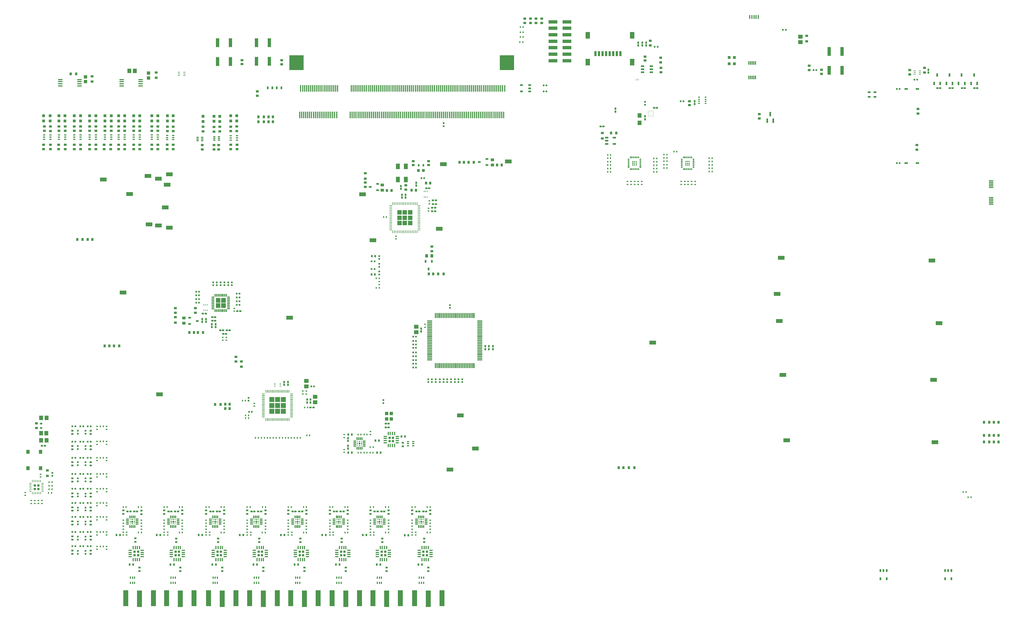
<source format=gtp>
G04*
G04 #@! TF.GenerationSoftware,Altium Limited,Altium Designer,20.2.6 (244)*
G04*
G04 Layer_Color=8421504*
%FSLAX25Y25*%
%MOIN*%
G70*
G04*
G04 #@! TF.SameCoordinates,C0FDDEC0-252B-4CE6-8BE1-5BCEE630C73E*
G04*
G04*
G04 #@! TF.FilePolarity,Positive*
G04*
G01*
G75*
%ADD29R,0.05236X0.05236*%
%ADD30R,0.03150X0.03150*%
%ADD31R,0.01772X0.01772*%
%ADD32R,0.01772X0.01772*%
%ADD33R,0.02953X0.02953*%
%ADD34R,0.05866X0.05866*%
%ADD35R,0.04331X0.02362*%
%ADD36R,0.04528X0.05709*%
%ADD37R,0.01083X0.00984*%
%ADD38R,0.00984X0.01083*%
%ADD39R,0.02598X0.02441*%
%ADD40R,0.02441X0.02598*%
%ADD41R,0.08268X0.05118*%
%ADD42R,0.03543X0.02953*%
%ADD43R,0.00984X0.01968*%
%ADD44R,0.00984X0.00591*%
%ADD45R,0.03850X0.02200*%
%ADD46R,0.03543X0.02756*%
%ADD47R,0.03740X0.03150*%
%ADD48R,0.05709X0.07874*%
%ADD49R,0.03150X0.05906*%
%ADD50R,0.17700X0.18100*%
%ADD51R,0.01400X0.07900*%
%ADD52R,0.05512X0.01181*%
%ADD53R,0.03150X0.03740*%
G04:AMPARAMS|DCode=54|XSize=21.65mil|YSize=31.5mil|CornerRadius=1.95mil|HoleSize=0mil|Usage=FLASHONLY|Rotation=0.000|XOffset=0mil|YOffset=0mil|HoleType=Round|Shape=RoundedRectangle|*
%AMROUNDEDRECTD54*
21,1,0.02165,0.02760,0,0,0.0*
21,1,0.01776,0.03150,0,0,0.0*
1,1,0.00390,0.00888,-0.01380*
1,1,0.00390,-0.00888,-0.01380*
1,1,0.00390,-0.00888,0.01380*
1,1,0.00390,0.00888,0.01380*
%
%ADD54ROUNDEDRECTD54*%
%ADD55R,0.03937X0.11024*%
%ADD56R,0.02362X0.02165*%
G04:AMPARAMS|DCode=57|XSize=21.65mil|YSize=31.5mil|CornerRadius=1.95mil|HoleSize=0mil|Usage=FLASHONLY|Rotation=270.000|XOffset=0mil|YOffset=0mil|HoleType=Round|Shape=RoundedRectangle|*
%AMROUNDEDRECTD57*
21,1,0.02165,0.02760,0,0,270.0*
21,1,0.01776,0.03150,0,0,270.0*
1,1,0.00390,-0.01380,-0.00888*
1,1,0.00390,-0.01380,0.00888*
1,1,0.00390,0.01380,0.00888*
1,1,0.00390,0.01380,-0.00888*
%
%ADD57ROUNDEDRECTD57*%
%ADD58R,0.02600X0.00900*%
%ADD59R,0.06299X0.19291*%
%ADD60R,0.05906X0.20472*%
%ADD61R,0.01181X0.02756*%
%ADD62R,0.02300X0.05200*%
%ADD63R,0.03740X0.03347*%
%ADD64R,0.01772X0.05118*%
%ADD65R,0.04528X0.05512*%
%ADD66R,0.02047X0.02047*%
%ADD67O,0.01181X0.05315*%
%ADD68R,0.03937X0.04134*%
%ADD69R,0.10827X0.03937*%
%ADD70R,0.02047X0.02835*%
%ADD71R,0.01772X0.02165*%
%ADD72R,0.05512X0.01772*%
%ADD73R,0.02165X0.01772*%
%ADD74R,0.03937X0.04724*%
%ADD75R,0.02165X0.02165*%
%ADD76R,0.02284X0.02598*%
%ADD77R,0.02323X0.02441*%
%ADD78R,0.01968X0.01968*%
%ADD79R,0.05512X0.04921*%
%ADD80R,0.04921X0.05512*%
%ADD81O,0.00984X0.03543*%
%ADD82O,0.03543X0.00984*%
%ADD83R,0.04375X0.02365*%
%ADD84O,0.00984X0.03150*%
%ADD85O,0.03150X0.00984*%
%ADD86R,0.01378X0.01968*%
%ADD87R,0.01968X0.01378*%
%ADD88R,0.03956X0.01535*%
%ADD89R,0.01535X0.03956*%
%ADD90O,0.00787X0.03543*%
%ADD91O,0.03543X0.00787*%
%ADD92R,0.02441X0.02323*%
%ADD93R,0.02835X0.02047*%
%ADD94R,0.01968X0.01968*%
%ADD95R,0.02598X0.02284*%
%ADD96R,0.05906X0.01181*%
%ADD97R,0.01181X0.05906*%
%ADD98R,0.03740X0.02362*%
%ADD99R,0.02953X0.03543*%
%ADD100R,0.04331X0.03937*%
G04:AMPARAMS|DCode=101|XSize=7.87mil|YSize=17.72mil|CornerRadius=1.97mil|HoleSize=0mil|Usage=FLASHONLY|Rotation=180.000|XOffset=0mil|YOffset=0mil|HoleType=Round|Shape=RoundedRectangle|*
%AMROUNDEDRECTD101*
21,1,0.00787,0.01378,0,0,180.0*
21,1,0.00394,0.01772,0,0,180.0*
1,1,0.00394,-0.00197,0.00689*
1,1,0.00394,0.00197,0.00689*
1,1,0.00394,0.00197,-0.00689*
1,1,0.00394,-0.00197,-0.00689*
%
%ADD101ROUNDEDRECTD101*%
%ADD102R,0.05512X0.04528*%
%ADD103R,0.02756X0.01378*%
%ADD104R,0.00100X0.00100*%
%ADD105R,0.01200X0.03200*%
%ADD106R,0.03200X0.01200*%
%ADD107R,0.03937X0.03543*%
%ADD108R,0.02756X0.01181*%
%ADD109R,0.00100X0.00100*%
%ADD110R,0.02756X0.03543*%
%ADD111R,0.02165X0.02362*%
%ADD112R,0.02953X0.01772*%
%ADD113R,0.02165X0.03740*%
%ADD114R,0.02362X0.04134*%
%ADD115R,0.03543X0.03937*%
%ADD116R,0.02362X0.03740*%
%ADD117R,0.04921X0.06890*%
%ADD118R,0.03347X0.03543*%
%ADD119R,0.02362X0.03150*%
%ADD120R,0.03150X0.02362*%
%ADD121R,0.03347X0.03740*%
%ADD122R,0.03740X0.02165*%
G04:AMPARAMS|DCode=123|XSize=7.87mil|YSize=17.72mil|CornerRadius=1.97mil|HoleSize=0mil|Usage=FLASHONLY|Rotation=90.000|XOffset=0mil|YOffset=0mil|HoleType=Round|Shape=RoundedRectangle|*
%AMROUNDEDRECTD123*
21,1,0.00787,0.01378,0,0,90.0*
21,1,0.00394,0.01772,0,0,90.0*
1,1,0.00394,0.00689,0.00197*
1,1,0.00394,0.00689,-0.00197*
1,1,0.00394,-0.00689,-0.00197*
1,1,0.00394,-0.00689,0.00197*
%
%ADD123ROUNDEDRECTD123*%
G36*
X259278Y472066D02*
X253665D01*
Y477679D01*
X259278D01*
Y472066D01*
D02*
G37*
G36*
X252878D02*
X247265D01*
Y477679D01*
X252878D01*
Y472066D01*
D02*
G37*
G36*
X259278Y465666D02*
X253665D01*
Y471279D01*
X259278D01*
Y465666D01*
D02*
G37*
G36*
X252878D02*
X247265D01*
Y471279D01*
X252878D01*
Y465666D01*
D02*
G37*
G36*
X425018Y302381D02*
X424564D01*
X424007Y302938D01*
Y303393D01*
X425018D01*
Y302381D01*
D02*
G37*
G36*
X423219Y302938D02*
X422662Y302381D01*
X421463D01*
X420907Y302938D01*
Y303393D01*
X423219D01*
Y302938D01*
D02*
G37*
G36*
X420119D02*
X419562Y302381D01*
X419108D01*
Y303393D01*
X420119D01*
Y302938D01*
D02*
G37*
G36*
X425018Y299282D02*
X424564D01*
X424007Y299838D01*
Y301037D01*
X424564Y301594D01*
X425018D01*
Y299282D01*
D02*
G37*
G36*
X423219Y301037D02*
Y299838D01*
X422662Y299282D01*
X421463D01*
X420907Y299838D01*
Y301037D01*
X421463Y301594D01*
X422662D01*
X423219Y301037D01*
D02*
G37*
G36*
X420119D02*
Y299838D01*
X419562Y299282D01*
X419108D01*
Y301594D01*
X419562D01*
X420119Y301037D01*
D02*
G37*
G36*
X425018Y297483D02*
X424007D01*
Y297937D01*
X424564Y298494D01*
X425018D01*
Y297483D01*
D02*
G37*
G36*
X423219Y297937D02*
Y297483D01*
X420907D01*
Y297937D01*
X421463Y298494D01*
X422662D01*
X423219Y297937D01*
D02*
G37*
G36*
X420119D02*
Y297483D01*
X419108D01*
Y298494D01*
X419562D01*
X420119Y297937D01*
D02*
G37*
G36*
X500061Y207184D02*
X499607D01*
X499050Y207741D01*
Y208195D01*
X500061D01*
Y207184D01*
D02*
G37*
G36*
X498263Y207741D02*
X497706Y207184D01*
X496507D01*
X495950Y207741D01*
Y208195D01*
X498263D01*
Y207741D01*
D02*
G37*
G36*
X495163D02*
X494606Y207184D01*
X494151D01*
Y208195D01*
X495163D01*
Y207741D01*
D02*
G37*
G36*
X449309Y207184D02*
X448855D01*
X448298Y207741D01*
Y208195D01*
X449309D01*
Y207184D01*
D02*
G37*
G36*
X447511Y207741D02*
X446954Y207184D01*
X445755D01*
X445198Y207741D01*
Y208195D01*
X447511D01*
Y207741D01*
D02*
G37*
G36*
X444411D02*
X443854Y207184D01*
X443399D01*
Y208195D01*
X444411D01*
Y207741D01*
D02*
G37*
G36*
X399829Y207184D02*
X399375D01*
X398818Y207741D01*
Y208195D01*
X399829D01*
Y207184D01*
D02*
G37*
G36*
X398030Y207741D02*
X397474Y207184D01*
X396274D01*
X395718Y207741D01*
Y208195D01*
X398030D01*
Y207741D01*
D02*
G37*
G36*
X394930D02*
X394373Y207184D01*
X393919D01*
Y208195D01*
X394930D01*
Y207741D01*
D02*
G37*
G36*
X349522Y207184D02*
X349067D01*
X348511Y207741D01*
Y208195D01*
X349522D01*
Y207184D01*
D02*
G37*
G36*
X347723Y207741D02*
X347166Y207184D01*
X345967D01*
X345411Y207741D01*
Y208195D01*
X347723D01*
Y207741D01*
D02*
G37*
G36*
X344623D02*
X344066Y207184D01*
X343612D01*
Y208195D01*
X344623D01*
Y207741D01*
D02*
G37*
G36*
X299431Y207184D02*
X298977D01*
X298420Y207741D01*
Y208195D01*
X299431D01*
Y207184D01*
D02*
G37*
G36*
X297633Y207741D02*
X297076Y207184D01*
X295877D01*
X295320Y207741D01*
Y208195D01*
X297633D01*
Y207741D01*
D02*
G37*
G36*
X294533D02*
X293976Y207184D01*
X293521D01*
Y208195D01*
X294533D01*
Y207741D01*
D02*
G37*
G36*
X249416Y207184D02*
X248961D01*
X248404Y207741D01*
Y208195D01*
X249416D01*
Y207184D01*
D02*
G37*
G36*
X247617Y207741D02*
X247060Y207184D01*
X245861D01*
X245304Y207741D01*
Y208195D01*
X247617D01*
Y207741D01*
D02*
G37*
G36*
X244517D02*
X243960Y207184D01*
X243506D01*
Y208195D01*
X244517D01*
Y207741D01*
D02*
G37*
G36*
X198471Y207184D02*
X198016D01*
X197459Y207741D01*
Y208195D01*
X198471D01*
Y207184D01*
D02*
G37*
G36*
X196672Y207741D02*
X196115Y207184D01*
X194916D01*
X194359Y207741D01*
Y208195D01*
X196672D01*
Y207741D01*
D02*
G37*
G36*
X193572D02*
X193015Y207184D01*
X192561D01*
Y208195D01*
X193572D01*
Y207741D01*
D02*
G37*
G36*
X148596Y207184D02*
X148141D01*
X147584Y207741D01*
Y208195D01*
X148596D01*
Y207184D01*
D02*
G37*
G36*
X146797Y207741D02*
X146240Y207184D01*
X145041D01*
X144484Y207741D01*
Y208195D01*
X146797D01*
Y207741D01*
D02*
G37*
G36*
X143697D02*
X143140Y207184D01*
X142686D01*
Y208195D01*
X143697D01*
Y207741D01*
D02*
G37*
G36*
X500061Y204084D02*
X499607D01*
X499050Y204641D01*
Y205840D01*
X499607Y206397D01*
X500061D01*
Y204084D01*
D02*
G37*
G36*
X498263Y205840D02*
Y204641D01*
X497706Y204084D01*
X496507D01*
X495950Y204641D01*
Y205840D01*
X496507Y206397D01*
X497706D01*
X498263Y205840D01*
D02*
G37*
G36*
X495163D02*
Y204641D01*
X494606Y204084D01*
X494151D01*
Y206397D01*
X494606D01*
X495163Y205840D01*
D02*
G37*
G36*
X449309Y204084D02*
X448855D01*
X448298Y204641D01*
Y205840D01*
X448855Y206397D01*
X449309D01*
Y204084D01*
D02*
G37*
G36*
X447511Y205840D02*
Y204641D01*
X446954Y204084D01*
X445755D01*
X445198Y204641D01*
Y205840D01*
X445755Y206397D01*
X446954D01*
X447511Y205840D01*
D02*
G37*
G36*
X444411D02*
Y204641D01*
X443854Y204084D01*
X443399D01*
Y206397D01*
X443854D01*
X444411Y205840D01*
D02*
G37*
G36*
X399829Y204084D02*
X399375D01*
X398818Y204641D01*
Y205840D01*
X399375Y206397D01*
X399829D01*
Y204084D01*
D02*
G37*
G36*
X398030Y205840D02*
Y204641D01*
X397474Y204084D01*
X396274D01*
X395718Y204641D01*
Y205840D01*
X396274Y206397D01*
X397474D01*
X398030Y205840D01*
D02*
G37*
G36*
X394930D02*
Y204641D01*
X394373Y204084D01*
X393919D01*
Y206397D01*
X394373D01*
X394930Y205840D01*
D02*
G37*
G36*
X349522Y204084D02*
X349067D01*
X348511Y204641D01*
Y205840D01*
X349067Y206397D01*
X349522D01*
Y204084D01*
D02*
G37*
G36*
X347723Y205840D02*
Y204641D01*
X347166Y204084D01*
X345967D01*
X345411Y204641D01*
Y205840D01*
X345967Y206397D01*
X347166D01*
X347723Y205840D01*
D02*
G37*
G36*
X344623D02*
Y204641D01*
X344066Y204084D01*
X343612D01*
Y206397D01*
X344066D01*
X344623Y205840D01*
D02*
G37*
G36*
X299431Y204084D02*
X298977D01*
X298420Y204641D01*
Y205840D01*
X298977Y206397D01*
X299431D01*
Y204084D01*
D02*
G37*
G36*
X297633Y205840D02*
Y204641D01*
X297076Y204084D01*
X295877D01*
X295320Y204641D01*
Y205840D01*
X295877Y206397D01*
X297076D01*
X297633Y205840D01*
D02*
G37*
G36*
X294533D02*
Y204641D01*
X293976Y204084D01*
X293521D01*
Y206397D01*
X293976D01*
X294533Y205840D01*
D02*
G37*
G36*
X249416Y204084D02*
X248961D01*
X248404Y204641D01*
Y205840D01*
X248961Y206397D01*
X249416D01*
Y204084D01*
D02*
G37*
G36*
X247617Y205840D02*
Y204641D01*
X247060Y204084D01*
X245861D01*
X245304Y204641D01*
Y205840D01*
X245861Y206397D01*
X247060D01*
X247617Y205840D01*
D02*
G37*
G36*
X244517D02*
Y204641D01*
X243960Y204084D01*
X243506D01*
Y206397D01*
X243960D01*
X244517Y205840D01*
D02*
G37*
G36*
X198471Y204084D02*
X198016D01*
X197459Y204641D01*
Y205840D01*
X198016Y206397D01*
X198471D01*
Y204084D01*
D02*
G37*
G36*
X196672Y205840D02*
Y204641D01*
X196115Y204084D01*
X194916D01*
X194359Y204641D01*
Y205840D01*
X194916Y206397D01*
X196115D01*
X196672Y205840D01*
D02*
G37*
G36*
X193572D02*
Y204641D01*
X193015Y204084D01*
X192561D01*
Y206397D01*
X193015D01*
X193572Y205840D01*
D02*
G37*
G36*
X148596Y204084D02*
X148141D01*
X147584Y204641D01*
Y205840D01*
X148141Y206397D01*
X148596D01*
Y204084D01*
D02*
G37*
G36*
X146797Y205840D02*
Y204641D01*
X146240Y204084D01*
X145041D01*
X144484Y204641D01*
Y205840D01*
X145041Y206397D01*
X146240D01*
X146797Y205840D01*
D02*
G37*
G36*
X143697D02*
Y204641D01*
X143140Y204084D01*
X142686D01*
Y206397D01*
X143140D01*
X143697Y205840D01*
D02*
G37*
G36*
X500061Y202285D02*
X499050D01*
Y202740D01*
X499607Y203296D01*
X500061D01*
Y202285D01*
D02*
G37*
G36*
X498263Y202740D02*
Y202285D01*
X495950D01*
Y202740D01*
X496507Y203296D01*
X497706D01*
X498263Y202740D01*
D02*
G37*
G36*
X495163D02*
Y202285D01*
X494151D01*
Y203296D01*
X494606D01*
X495163Y202740D01*
D02*
G37*
G36*
X449309Y202285D02*
X448298D01*
Y202740D01*
X448855Y203296D01*
X449309D01*
Y202285D01*
D02*
G37*
G36*
X447511Y202740D02*
Y202285D01*
X445198D01*
Y202740D01*
X445755Y203296D01*
X446954D01*
X447511Y202740D01*
D02*
G37*
G36*
X444411D02*
Y202285D01*
X443399D01*
Y203296D01*
X443854D01*
X444411Y202740D01*
D02*
G37*
G36*
X399829Y202285D02*
X398818D01*
Y202740D01*
X399375Y203296D01*
X399829D01*
Y202285D01*
D02*
G37*
G36*
X398030Y202740D02*
Y202285D01*
X395718D01*
Y202740D01*
X396274Y203296D01*
X397474D01*
X398030Y202740D01*
D02*
G37*
G36*
X394930D02*
Y202285D01*
X393919D01*
Y203296D01*
X394373D01*
X394930Y202740D01*
D02*
G37*
G36*
X349522Y202285D02*
X348511D01*
Y202740D01*
X349067Y203296D01*
X349522D01*
Y202285D01*
D02*
G37*
G36*
X347723Y202740D02*
Y202285D01*
X345411D01*
Y202740D01*
X345967Y203296D01*
X347166D01*
X347723Y202740D01*
D02*
G37*
G36*
X344623D02*
Y202285D01*
X343612D01*
Y203296D01*
X344066D01*
X344623Y202740D01*
D02*
G37*
G36*
X299431Y202285D02*
X298420D01*
Y202740D01*
X298977Y203296D01*
X299431D01*
Y202285D01*
D02*
G37*
G36*
X297633Y202740D02*
Y202285D01*
X295320D01*
Y202740D01*
X295877Y203296D01*
X297076D01*
X297633Y202740D01*
D02*
G37*
G36*
X294533D02*
Y202285D01*
X293521D01*
Y203296D01*
X293976D01*
X294533Y202740D01*
D02*
G37*
G36*
X249416Y202285D02*
X248404D01*
Y202740D01*
X248961Y203296D01*
X249416D01*
Y202285D01*
D02*
G37*
G36*
X247617Y202740D02*
Y202285D01*
X245304D01*
Y202740D01*
X245861Y203296D01*
X247060D01*
X247617Y202740D01*
D02*
G37*
G36*
X244517D02*
Y202285D01*
X243506D01*
Y203296D01*
X243960D01*
X244517Y202740D01*
D02*
G37*
G36*
X198471Y202285D02*
X197459D01*
Y202740D01*
X198016Y203296D01*
X198471D01*
Y202285D01*
D02*
G37*
G36*
X196672Y202740D02*
Y202285D01*
X194359D01*
Y202740D01*
X194916Y203296D01*
X196115D01*
X196672Y202740D01*
D02*
G37*
G36*
X193572D02*
Y202285D01*
X192561D01*
Y203296D01*
X193015D01*
X193572Y202740D01*
D02*
G37*
G36*
X148596Y202285D02*
X147584D01*
Y202740D01*
X148141Y203296D01*
X148596D01*
Y202285D01*
D02*
G37*
G36*
X146797Y202740D02*
Y202285D01*
X144484D01*
Y202740D01*
X145041Y203296D01*
X146240D01*
X146797Y202740D01*
D02*
G37*
G36*
X143697D02*
Y202285D01*
X142686D01*
Y203296D01*
X143140D01*
X143697Y202740D01*
D02*
G37*
D29*
X483649Y581865D02*
D03*
X483642Y575426D02*
D03*
Y568997D02*
D03*
X477227Y581865D02*
D03*
X470796Y581859D02*
D03*
X470790Y575420D02*
D03*
X477221Y575426D02*
D03*
X470790Y568991D02*
D03*
X477221Y568997D02*
D03*
D30*
X26955Y249408D02*
D03*
X31282Y249408D02*
D03*
X26955Y245082D02*
D03*
X31282Y245081D02*
D03*
D31*
X758572Y639654D02*
D03*
Y641717D02*
D03*
X756505Y639654D02*
D03*
Y641717D02*
D03*
X754447Y639654D02*
D03*
X754439Y641717D02*
D03*
X823219Y639760D02*
D03*
Y641823D02*
D03*
X821152Y639760D02*
D03*
Y641823D02*
D03*
X819092Y639760D02*
D03*
X819085Y641823D02*
D03*
D32*
X758572Y643788D02*
D03*
X756505D02*
D03*
X754352Y643803D02*
D03*
X823219Y643894D02*
D03*
X821152D02*
D03*
X818998Y643910D02*
D03*
D33*
X458691Y307349D02*
D03*
X462820Y307349D02*
D03*
X458691Y303216D02*
D03*
X462820Y303216D02*
D03*
X202468Y168536D02*
D03*
X202468Y164406D02*
D03*
X198335Y168536D02*
D03*
X198334Y164406D02*
D03*
X353414Y168535D02*
D03*
Y164406D02*
D03*
X349280Y168535D02*
D03*
Y164406D02*
D03*
X403785Y168542D02*
D03*
X403779Y164406D02*
D03*
X399651Y168542D02*
D03*
X399645Y164406D02*
D03*
X453236Y168535D02*
D03*
X453236Y164406D02*
D03*
X449102Y168535D02*
D03*
X449102Y164406D02*
D03*
X503989Y168529D02*
D03*
X503995Y164406D02*
D03*
X499855Y168529D02*
D03*
X499861Y164406D02*
D03*
X253433Y168529D02*
D03*
X253439Y164406D02*
D03*
X249299Y168529D02*
D03*
X249305Y164406D02*
D03*
X303429Y168542D02*
D03*
X303423Y164406D02*
D03*
X299295Y168542D02*
D03*
X299289Y164406D02*
D03*
X152599Y168535D02*
D03*
X152598Y164406D02*
D03*
X148465Y168535D02*
D03*
X148465Y164406D02*
D03*
D34*
X315243Y346808D02*
D03*
Y353863D02*
D03*
X315237Y339775D02*
D03*
X329312D02*
D03*
X322257D02*
D03*
X322263Y346808D02*
D03*
X329318D02*
D03*
X322263Y353863D02*
D03*
X329318D02*
D03*
D35*
X732200Y672980D02*
D03*
Y665500D02*
D03*
X722751D02*
D03*
Y669240D02*
D03*
Y672980D02*
D03*
D36*
X762700Y700028D02*
D03*
Y690972D02*
D03*
D37*
X779532Y699341D02*
D03*
Y701310D02*
D03*
Y703278D02*
D03*
Y705247D02*
D03*
X773528D02*
D03*
Y703278D02*
D03*
Y701310D02*
D03*
Y699341D02*
D03*
D38*
X777515Y705296D02*
D03*
X775546D02*
D03*
Y699292D02*
D03*
X777515D02*
D03*
D39*
X783837Y709382D02*
D03*
X780372D02*
D03*
X365932Y344300D02*
D03*
X362468D02*
D03*
X35873Y297721D02*
D03*
X39337D02*
D03*
X718715Y686700D02*
D03*
X715250D02*
D03*
X506856Y611485D02*
D03*
X503392D02*
D03*
X457515Y324525D02*
D03*
X454050D02*
D03*
X457485Y319997D02*
D03*
X454021D02*
D03*
X491335Y217547D02*
D03*
X494799D02*
D03*
X440496D02*
D03*
X443961D02*
D03*
X391016D02*
D03*
X394480D02*
D03*
X352339D02*
D03*
X348875D02*
D03*
X290618D02*
D03*
X294083D02*
D03*
X252233D02*
D03*
X248768D02*
D03*
X201288D02*
D03*
X197823D02*
D03*
X151386D02*
D03*
X147921D02*
D03*
X503053D02*
D03*
X499588D02*
D03*
X452127D02*
D03*
X448662D02*
D03*
X402646D02*
D03*
X399182D02*
D03*
X340709D02*
D03*
X344173D02*
D03*
X302249D02*
D03*
X298784D02*
D03*
X240602D02*
D03*
X244067D02*
D03*
X189657D02*
D03*
X193122D02*
D03*
X139823D02*
D03*
X143287D02*
D03*
X246388Y450089D02*
D03*
X242924D02*
D03*
X246388Y454201D02*
D03*
X242924D02*
D03*
X234905Y458639D02*
D03*
X231440D02*
D03*
X1125060Y733397D02*
D03*
X1128525D02*
D03*
X1139982D02*
D03*
X1143446D02*
D03*
X1155021D02*
D03*
X1158486D02*
D03*
X1170061D02*
D03*
X1173525D02*
D03*
X513941Y583306D02*
D03*
X510476D02*
D03*
X515017Y596668D02*
D03*
X511552D02*
D03*
X513941Y587547D02*
D03*
X510476D02*
D03*
X515017Y592140D02*
D03*
X511552D02*
D03*
X276985Y461598D02*
D03*
X273521D02*
D03*
X259783Y433859D02*
D03*
X256318D02*
D03*
X264116Y438260D02*
D03*
X260651Y438258D02*
D03*
X252629Y438260D02*
D03*
X256093D02*
D03*
D40*
X769442Y695444D02*
D03*
Y698908D02*
D03*
X761143Y788816D02*
D03*
Y785352D02*
D03*
X766142Y788816D02*
D03*
Y785352D02*
D03*
X770671Y788816D02*
D03*
Y785352D02*
D03*
X733357Y708194D02*
D03*
Y704729D02*
D03*
X829570Y717394D02*
D03*
Y713930D02*
D03*
X408108Y294187D02*
D03*
Y297652D02*
D03*
X408136Y307007D02*
D03*
Y303542D02*
D03*
X235360Y452052D02*
D03*
Y448588D02*
D03*
X230832Y452052D02*
D03*
Y448588D02*
D03*
X242338Y442213D02*
D03*
Y445678D02*
D03*
X247078Y442213D02*
D03*
Y445678D02*
D03*
X330448Y375484D02*
D03*
Y372020D02*
D03*
X334977Y375484D02*
D03*
Y372020D02*
D03*
X362280Y353965D02*
D03*
Y350500D02*
D03*
X358321Y353965D02*
D03*
Y350500D02*
D03*
X574996Y418913D02*
D03*
Y415449D02*
D03*
X579524Y418913D02*
D03*
Y415449D02*
D03*
X584287Y418913D02*
D03*
Y415449D02*
D03*
X496914Y440370D02*
D03*
Y436905D02*
D03*
X1114216Y755645D02*
D03*
Y752180D02*
D03*
X490946Y618131D02*
D03*
Y614666D02*
D03*
X478181Y603435D02*
D03*
Y599970D02*
D03*
X473653Y603435D02*
D03*
Y599970D02*
D03*
X472551Y610561D02*
D03*
Y614026D02*
D03*
D41*
X930100Y482600D02*
D03*
X190898Y563200D02*
D03*
Y628500D02*
D03*
X188207Y615717D02*
D03*
X110514Y622095D02*
D03*
X134327Y484236D02*
D03*
X1118561Y523324D02*
D03*
X178701Y360265D02*
D03*
X164723Y626371D02*
D03*
X425576Y603968D02*
D03*
X1122047Y302045D02*
D03*
X1126978Y446850D02*
D03*
X1120558Y377953D02*
D03*
X778583Y423228D02*
D03*
X544732Y334660D02*
D03*
X563096Y294202D02*
D03*
X532104Y268833D02*
D03*
X337224Y453543D02*
D03*
X166142Y567354D02*
D03*
X142370Y604331D02*
D03*
X177394Y566142D02*
D03*
X185827Y588000D02*
D03*
X177425Y623161D02*
D03*
X603150Y644095D02*
D03*
X438366Y548090D02*
D03*
X519186Y562062D02*
D03*
X524022Y640836D02*
D03*
X934931Y526552D02*
D03*
X937154Y383980D02*
D03*
X941650Y304423D02*
D03*
X932898Y449608D02*
D03*
D42*
X769300Y771762D02*
D03*
Y767038D02*
D03*
X327304Y762469D02*
D03*
Y767194D02*
D03*
X279128Y762645D02*
D03*
Y767370D02*
D03*
X823270Y717354D02*
D03*
Y712630D02*
D03*
X487448Y639701D02*
D03*
X487449Y644425D02*
D03*
X506182Y639701D02*
D03*
Y644425D02*
D03*
X984112Y755538D02*
D03*
Y750814D02*
D03*
D43*
X760882Y743808D02*
D03*
D44*
X758323Y743119D02*
D03*
Y744497D02*
D03*
D45*
X766397Y752560D02*
D03*
Y756300D02*
D03*
Y760040D02*
D03*
X777147D02*
D03*
Y756300D02*
D03*
Y752560D02*
D03*
D46*
X788700Y758156D02*
D03*
Y752644D02*
D03*
X788480Y770256D02*
D03*
Y764744D02*
D03*
X231787Y680834D02*
D03*
Y686344D02*
D03*
X908514Y701784D02*
D03*
X908516Y696272D02*
D03*
X244998Y685912D02*
D03*
X244998Y680399D02*
D03*
X643643Y818091D02*
D03*
Y812579D02*
D03*
X629975Y818091D02*
D03*
Y812579D02*
D03*
X623052Y818091D02*
D03*
Y812579D02*
D03*
X252100Y680723D02*
D03*
X252100Y686236D02*
D03*
X112461Y681189D02*
D03*
Y686701D02*
D03*
X222492Y465305D02*
D03*
Y459793D02*
D03*
X198158Y459808D02*
D03*
X198158Y465319D02*
D03*
X28954Y319438D02*
D03*
Y324950D02*
D03*
X1091465Y749933D02*
D03*
Y755446D02*
D03*
X37864Y664457D02*
D03*
Y658945D02*
D03*
X63977Y681189D02*
D03*
Y686701D02*
D03*
X75052Y664457D02*
D03*
Y658945D02*
D03*
X75102Y681189D02*
D03*
Y686701D02*
D03*
X176847Y658945D02*
D03*
Y664457D02*
D03*
X176783Y681190D02*
D03*
Y686702D02*
D03*
X154748Y658945D02*
D03*
Y664457D02*
D03*
X147268Y664457D02*
D03*
Y658945D02*
D03*
X147248Y681189D02*
D03*
Y686701D02*
D03*
X128965Y664457D02*
D03*
Y658945D02*
D03*
X119941Y686701D02*
D03*
Y681189D02*
D03*
X265567Y664457D02*
D03*
Y658945D02*
D03*
X265382Y680894D02*
D03*
Y686406D02*
D03*
X188244Y680923D02*
D03*
Y686435D02*
D03*
X46165Y681146D02*
D03*
Y686657D02*
D03*
X64171Y658945D02*
D03*
Y664457D02*
D03*
X56096Y664457D02*
D03*
Y658945D02*
D03*
X38645Y681191D02*
D03*
Y686702D02*
D03*
X56497Y681189D02*
D03*
Y686701D02*
D03*
X82882Y658945D02*
D03*
Y664457D02*
D03*
X101339Y658945D02*
D03*
Y664457D02*
D03*
X93858Y664457D02*
D03*
Y658945D02*
D03*
X82583Y681189D02*
D03*
Y686701D02*
D03*
X101339Y681189D02*
D03*
Y686701D02*
D03*
X93858Y681189D02*
D03*
Y686701D02*
D03*
X169367Y664457D02*
D03*
Y658945D02*
D03*
X169303Y681190D02*
D03*
Y686702D02*
D03*
X154728Y681189D02*
D03*
Y686701D02*
D03*
X136445Y658945D02*
D03*
Y664457D02*
D03*
X119495Y664452D02*
D03*
Y658940D02*
D03*
X136496Y681189D02*
D03*
Y686701D02*
D03*
X129016Y681189D02*
D03*
Y686701D02*
D03*
X111531Y658945D02*
D03*
Y664457D02*
D03*
X273047Y658945D02*
D03*
Y664457D02*
D03*
X272882Y681141D02*
D03*
Y686653D02*
D03*
X195346Y680923D02*
D03*
Y686435D02*
D03*
X45987Y658945D02*
D03*
Y664457D02*
D03*
X775592Y790902D02*
D03*
X775593Y785391D02*
D03*
X297807Y729418D02*
D03*
X297805Y723906D02*
D03*
X1101541Y702502D02*
D03*
X1101541Y708014D02*
D03*
X1099902Y663999D02*
D03*
X1099902Y658487D02*
D03*
X1109293Y752337D02*
D03*
Y757849D02*
D03*
X510069Y540265D02*
D03*
Y534753D02*
D03*
X429230Y618361D02*
D03*
Y612849D02*
D03*
X969151Y760830D02*
D03*
Y755318D02*
D03*
X271844Y400489D02*
D03*
Y406001D02*
D03*
X230672Y664173D02*
D03*
X230672Y658661D02*
D03*
X245220Y664173D02*
D03*
X245218Y658661D02*
D03*
X188079Y658945D02*
D03*
X188079Y664457D02*
D03*
X250750Y658661D02*
D03*
X250748Y664173D02*
D03*
X195559Y664457D02*
D03*
X195559Y658945D02*
D03*
X636809Y812579D02*
D03*
Y818091D02*
D03*
D47*
X174828Y745852D02*
D03*
Y752348D02*
D03*
X96899Y741252D02*
D03*
Y747748D02*
D03*
X478489Y614963D02*
D03*
Y609648D02*
D03*
X42434Y267523D02*
D03*
Y261027D02*
D03*
X717384Y672106D02*
D03*
Y678602D02*
D03*
X198158Y447704D02*
D03*
Y454200D02*
D03*
X278370Y400462D02*
D03*
Y393966D02*
D03*
X429213Y623027D02*
D03*
Y629523D02*
D03*
X966208Y790428D02*
D03*
Y796924D02*
D03*
D48*
X699724Y765138D02*
D03*
Y797815D02*
D03*
X753858D02*
D03*
Y765138D02*
D03*
D49*
X739409Y775374D02*
D03*
X735079D02*
D03*
X730748D02*
D03*
X726417D02*
D03*
X722087D02*
D03*
X717756D02*
D03*
X713425D02*
D03*
X709094D02*
D03*
D50*
X601550Y764206D02*
D03*
X345251D02*
D03*
D51*
X598577Y733112D02*
D03*
X597396Y700812D02*
D03*
X596215Y733112D02*
D03*
X595034Y700812D02*
D03*
X593853Y733112D02*
D03*
X592672Y700812D02*
D03*
X591491Y733112D02*
D03*
X590310Y700812D02*
D03*
X589129Y733112D02*
D03*
X587948Y700812D02*
D03*
X586767Y733112D02*
D03*
X585586Y700812D02*
D03*
X584405Y733112D02*
D03*
X583224Y700812D02*
D03*
X582043Y733112D02*
D03*
X580862Y700812D02*
D03*
X579681Y733112D02*
D03*
X578500Y700812D02*
D03*
X577319Y733112D02*
D03*
X576138Y700812D02*
D03*
X574957Y733112D02*
D03*
X573776Y700812D02*
D03*
X572595Y733112D02*
D03*
X571414Y700812D02*
D03*
X570233Y733112D02*
D03*
X569052Y700812D02*
D03*
X567871Y733112D02*
D03*
X566690Y700812D02*
D03*
X565509Y733112D02*
D03*
X564328Y700812D02*
D03*
X563147Y733112D02*
D03*
X561966Y700812D02*
D03*
X560785Y733112D02*
D03*
X559604Y700812D02*
D03*
X558423Y733112D02*
D03*
X557242Y700812D02*
D03*
X556061Y733112D02*
D03*
X554880Y700812D02*
D03*
X553699Y733112D02*
D03*
X552518Y700812D02*
D03*
X551337Y733112D02*
D03*
X550156Y700812D02*
D03*
X548975Y733112D02*
D03*
X547794Y700812D02*
D03*
X546613Y733112D02*
D03*
X545432Y700812D02*
D03*
X544251Y733112D02*
D03*
X543070Y700812D02*
D03*
X541889Y733112D02*
D03*
X540708Y700812D02*
D03*
X539527Y733112D02*
D03*
X538346Y700812D02*
D03*
X537165Y733112D02*
D03*
X535984Y700812D02*
D03*
X534803Y733112D02*
D03*
X533622Y700812D02*
D03*
X532441Y733112D02*
D03*
X531260Y700812D02*
D03*
X530079Y733112D02*
D03*
X528898Y700812D02*
D03*
X527717Y733112D02*
D03*
X526536Y700812D02*
D03*
X525355Y733112D02*
D03*
X524174Y700812D02*
D03*
X522993Y733112D02*
D03*
X521812Y700812D02*
D03*
X520631Y733112D02*
D03*
X519450Y700812D02*
D03*
X518269Y733112D02*
D03*
X517088Y700812D02*
D03*
X515907Y733112D02*
D03*
X514726Y700812D02*
D03*
X513545Y733112D02*
D03*
X512364Y700812D02*
D03*
X511183Y733112D02*
D03*
X510002Y700812D02*
D03*
X508821Y733112D02*
D03*
X507640Y700812D02*
D03*
X506459Y733112D02*
D03*
X505278Y700812D02*
D03*
X504097Y733112D02*
D03*
X502916Y700812D02*
D03*
X501735Y733112D02*
D03*
X500554Y700812D02*
D03*
X499373Y733112D02*
D03*
X498192Y700812D02*
D03*
X497011Y733112D02*
D03*
X495830Y700812D02*
D03*
X494649Y733112D02*
D03*
X493468Y700812D02*
D03*
X492287Y733112D02*
D03*
X491106Y700812D02*
D03*
X489925Y733112D02*
D03*
X488744Y700812D02*
D03*
X487563Y733112D02*
D03*
X486382Y700812D02*
D03*
X485201Y733112D02*
D03*
X484020Y700812D02*
D03*
X482839Y733112D02*
D03*
X481658Y700812D02*
D03*
X480477Y733112D02*
D03*
X479296Y700812D02*
D03*
X478115Y733112D02*
D03*
X476934Y700812D02*
D03*
X475753Y733112D02*
D03*
X474572Y700812D02*
D03*
X473391Y733112D02*
D03*
X472210Y700812D02*
D03*
X471029Y733112D02*
D03*
X469848Y700812D02*
D03*
X468667Y733112D02*
D03*
X467486Y700812D02*
D03*
X466305Y733112D02*
D03*
X465124Y700812D02*
D03*
X463943Y733112D02*
D03*
X462762Y700812D02*
D03*
X461581Y733112D02*
D03*
X460400Y700812D02*
D03*
X459219Y733112D02*
D03*
X458038Y700812D02*
D03*
X456857Y733112D02*
D03*
X455676Y700812D02*
D03*
X454495Y733112D02*
D03*
X453314Y700812D02*
D03*
X452133Y733112D02*
D03*
X450952Y700812D02*
D03*
X449771Y733112D02*
D03*
X448590Y700812D02*
D03*
X447409Y733112D02*
D03*
X446228Y700812D02*
D03*
X445047Y733112D02*
D03*
X443866Y700812D02*
D03*
X442685Y733112D02*
D03*
X441504Y700812D02*
D03*
X440323Y733112D02*
D03*
X439142Y700812D02*
D03*
X437961Y733112D02*
D03*
X436780Y700812D02*
D03*
X435599Y733112D02*
D03*
X434418Y700812D02*
D03*
X433237Y733112D02*
D03*
X432056Y700812D02*
D03*
X430875Y733112D02*
D03*
X429694Y700812D02*
D03*
X428513Y733112D02*
D03*
X427332Y700812D02*
D03*
X426151Y733112D02*
D03*
X424970Y700812D02*
D03*
X423789Y733112D02*
D03*
X422608Y700812D02*
D03*
X421427Y733112D02*
D03*
X420246Y700812D02*
D03*
X419065Y733112D02*
D03*
X417884Y700812D02*
D03*
X416703Y733112D02*
D03*
X415522Y700812D02*
D03*
X414341Y733112D02*
D03*
X413160Y700812D02*
D03*
X411979Y733112D02*
D03*
X410798Y700812D02*
D03*
X395444Y733112D02*
D03*
X394263Y700812D02*
D03*
X393082Y733112D02*
D03*
X391901Y700812D02*
D03*
X390720Y733112D02*
D03*
X389539Y700812D02*
D03*
X388358Y733112D02*
D03*
X387177Y700812D02*
D03*
X385996Y733112D02*
D03*
X384815Y700812D02*
D03*
X383634Y733112D02*
D03*
X382453Y700812D02*
D03*
X381272Y733112D02*
D03*
X380091Y700812D02*
D03*
X378910Y733112D02*
D03*
X377729Y700812D02*
D03*
X376548Y733112D02*
D03*
X375367Y700812D02*
D03*
X374186Y733112D02*
D03*
X373005Y700812D02*
D03*
X371824Y733112D02*
D03*
X370643Y700812D02*
D03*
X369462Y733112D02*
D03*
X368281Y700812D02*
D03*
X367100Y733112D02*
D03*
X365919Y700812D02*
D03*
X364738Y733112D02*
D03*
X363557Y700812D02*
D03*
X362376Y733112D02*
D03*
X361195Y700812D02*
D03*
X360014Y733112D02*
D03*
X358833Y700812D02*
D03*
X357652Y733112D02*
D03*
X356471Y700812D02*
D03*
X355290Y733112D02*
D03*
X354109Y700812D02*
D03*
X352928Y733112D02*
D03*
X351747Y700812D02*
D03*
X350566Y733112D02*
D03*
X349385Y700812D02*
D03*
D52*
X1190370Y620275D02*
D03*
Y618306D02*
D03*
Y616338D02*
D03*
Y614369D02*
D03*
Y612401D02*
D03*
Y592125D02*
D03*
Y594094D02*
D03*
Y596062D02*
D03*
Y598031D02*
D03*
Y599999D02*
D03*
D53*
X490737Y609148D02*
D03*
X485423D02*
D03*
X77367Y750522D02*
D03*
X70871D02*
D03*
X727904Y678712D02*
D03*
X734400D02*
D03*
X561163Y643118D02*
D03*
X554667D02*
D03*
X305668Y692449D02*
D03*
X299172D02*
D03*
X305677Y698213D02*
D03*
X299181D02*
D03*
X1188197Y326441D02*
D03*
X1181701Y326439D02*
D03*
Y302330D02*
D03*
X1188197Y302331D02*
D03*
X1181701Y310367D02*
D03*
X1188197Y310366D02*
D03*
X517785Y506996D02*
D03*
X524281D02*
D03*
X231896Y435772D02*
D03*
X225400Y435773D02*
D03*
X78676Y548969D02*
D03*
X85173Y548970D02*
D03*
X129886Y419358D02*
D03*
X123390D02*
D03*
X252941Y348125D02*
D03*
X246445D02*
D03*
X756333Y270943D02*
D03*
X749837D02*
D03*
D54*
X1063240Y135780D02*
D03*
X1055760D02*
D03*
Y145820D02*
D03*
X1059500D02*
D03*
X1063240D02*
D03*
X1141940Y135780D02*
D03*
X1134460D02*
D03*
Y145820D02*
D03*
X1138200D02*
D03*
X1141940D02*
D03*
D55*
X265124Y788575D02*
D03*
X249376D02*
D03*
X265124Y765740D02*
D03*
X249376D02*
D03*
X1009108Y777927D02*
D03*
X993360D02*
D03*
X1009108Y755092D02*
D03*
X993360D02*
D03*
X296644Y765929D02*
D03*
X312392D02*
D03*
X296644Y788763D02*
D03*
X312392D02*
D03*
D56*
X649559Y736557D02*
D03*
X646212D02*
D03*
X649559Y729274D02*
D03*
X646212D02*
D03*
X1097177Y743724D02*
D03*
X1100524Y743724D02*
D03*
X487315Y402149D02*
D03*
X490661D02*
D03*
X974367Y755318D02*
D03*
X977713D02*
D03*
X226632Y471846D02*
D03*
X223286D02*
D03*
X226632Y476374D02*
D03*
X223286D02*
D03*
X226632Y480903D02*
D03*
X223286D02*
D03*
X226632Y485431D02*
D03*
X223286D02*
D03*
X272578Y482859D02*
D03*
X275925D02*
D03*
X272578Y478330D02*
D03*
X275925D02*
D03*
X272578Y473802D02*
D03*
X275925D02*
D03*
X272578Y469273D02*
D03*
X275925D02*
D03*
X287697Y338968D02*
D03*
X291043Y338969D02*
D03*
X490661Y393092D02*
D03*
X487315D02*
D03*
X490661Y397620D02*
D03*
X487315D02*
D03*
X490661Y406677D02*
D03*
X487315D02*
D03*
X490661Y411206D02*
D03*
X487315D02*
D03*
X490661Y416862D02*
D03*
X487315D02*
D03*
X490661Y420928D02*
D03*
X487315D02*
D03*
X490661Y425456D02*
D03*
X487315D02*
D03*
X490661Y430614D02*
D03*
X487315D02*
D03*
X1079213Y642153D02*
D03*
X1075866D02*
D03*
X1079213Y732492D02*
D03*
X1075866D02*
D03*
D57*
X629077Y729433D02*
D03*
Y733173D02*
D03*
Y736913D02*
D03*
X619038D02*
D03*
Y729433D02*
D03*
D58*
X202550Y752568D02*
D03*
Y750600D02*
D03*
Y748631D02*
D03*
X209050D02*
D03*
Y750600D02*
D03*
Y752568D02*
D03*
X1097274Y754370D02*
D03*
Y752402D02*
D03*
Y750433D02*
D03*
X1103774D02*
D03*
Y752402D02*
D03*
Y754370D02*
D03*
D59*
X522432Y111876D02*
D03*
X488968D02*
D03*
X471732D02*
D03*
X438268D02*
D03*
X422232D02*
D03*
X388768D02*
D03*
X371832D02*
D03*
X338368D02*
D03*
X321932D02*
D03*
X288468D02*
D03*
X271732D02*
D03*
X238268D02*
D03*
X220732D02*
D03*
X187268D02*
D03*
X171248D02*
D03*
X137784D02*
D03*
D60*
X505700Y111286D02*
D03*
X455000D02*
D03*
X405500D02*
D03*
X355100D02*
D03*
X305200D02*
D03*
X255000D02*
D03*
X204000D02*
D03*
X154516D02*
D03*
D61*
X192787Y130709D02*
D03*
X195346D02*
D03*
X197906D02*
D03*
Y137008D02*
D03*
X195346D02*
D03*
X192787D02*
D03*
X143405Y130709D02*
D03*
X145965D02*
D03*
X148524D02*
D03*
Y137008D02*
D03*
X145965D02*
D03*
X143405D02*
D03*
X344268Y130709D02*
D03*
X346827D02*
D03*
X349386D02*
D03*
Y137008D02*
D03*
X346827D02*
D03*
X344268D02*
D03*
X494803D02*
D03*
X497362D02*
D03*
X499921D02*
D03*
Y130709D02*
D03*
X497362D02*
D03*
X494803D02*
D03*
X443705Y137008D02*
D03*
X446264D02*
D03*
X448823D02*
D03*
Y130709D02*
D03*
X446264D02*
D03*
X443705D02*
D03*
X394493Y137008D02*
D03*
X397051D02*
D03*
X399611D02*
D03*
Y130709D02*
D03*
X397053D02*
D03*
X394493D02*
D03*
X294195Y137008D02*
D03*
X296754D02*
D03*
X299313D02*
D03*
Y130709D02*
D03*
X296754D02*
D03*
X294195D02*
D03*
X243984Y137008D02*
D03*
X246543D02*
D03*
X249102D02*
D03*
Y130709D02*
D03*
X246543D02*
D03*
X243984D02*
D03*
D62*
X921800Y701800D02*
D03*
X925540Y693800D02*
D03*
X918060D02*
D03*
D63*
X231787Y699031D02*
D03*
Y692732D02*
D03*
X244998Y692866D02*
D03*
Y699165D02*
D03*
X252100Y692831D02*
D03*
Y699130D02*
D03*
X195346Y693356D02*
D03*
Y699656D02*
D03*
X188244Y693356D02*
D03*
Y699656D02*
D03*
X265382Y693358D02*
D03*
Y699657D02*
D03*
X272882Y693358D02*
D03*
Y699657D02*
D03*
X45881Y693408D02*
D03*
Y699708D02*
D03*
X37608Y693262D02*
D03*
Y699561D02*
D03*
X63842Y693417D02*
D03*
Y699717D02*
D03*
X56398Y693406D02*
D03*
Y699706D02*
D03*
X82583Y693417D02*
D03*
Y699717D02*
D03*
X75102Y693417D02*
D03*
Y699717D02*
D03*
X101339Y693417D02*
D03*
Y699717D02*
D03*
X93858Y693417D02*
D03*
Y699717D02*
D03*
X169303Y693417D02*
D03*
Y699717D02*
D03*
X176784Y693417D02*
D03*
Y699717D02*
D03*
X147248Y693417D02*
D03*
Y699717D02*
D03*
X154728Y693417D02*
D03*
Y699717D02*
D03*
X136496Y693417D02*
D03*
Y699717D02*
D03*
X129016Y693417D02*
D03*
Y699717D02*
D03*
X119941D02*
D03*
Y693417D02*
D03*
X112461Y699717D02*
D03*
Y693417D02*
D03*
D64*
X896882Y819983D02*
D03*
X899441D02*
D03*
X902000D02*
D03*
X904559D02*
D03*
X907118D02*
D03*
D65*
X148618Y754468D02*
D03*
X141925D02*
D03*
X41357Y304218D02*
D03*
X34664Y304217D02*
D03*
D66*
X287167Y355976D02*
D03*
Y352827D02*
D03*
D67*
X895807Y746384D02*
D03*
X897775D02*
D03*
X899743D02*
D03*
X901712D02*
D03*
X903681D02*
D03*
X895807Y763903D02*
D03*
X897775D02*
D03*
X899743D02*
D03*
X901712D02*
D03*
X903681D02*
D03*
D68*
X88717Y741179D02*
D03*
Y747085D02*
D03*
X165274Y751642D02*
D03*
Y745736D02*
D03*
D69*
X674318Y814052D02*
D03*
Y806178D02*
D03*
Y798304D02*
D03*
Y790430D02*
D03*
Y782556D02*
D03*
Y774682D02*
D03*
Y766808D02*
D03*
X657546D02*
D03*
Y774682D02*
D03*
Y782556D02*
D03*
Y790430D02*
D03*
Y798304D02*
D03*
Y806178D02*
D03*
Y814052D02*
D03*
D70*
X247443Y152943D02*
D03*
X243112D02*
D03*
X408323Y311385D02*
D03*
X412654D02*
D03*
X441311Y304078D02*
D03*
X445642D02*
D03*
X447673Y289477D02*
D03*
X443342D02*
D03*
X408323Y289475D02*
D03*
X412654D02*
D03*
X476925Y188638D02*
D03*
X481256D02*
D03*
X498061Y152945D02*
D03*
X493731D02*
D03*
X426173Y188850D02*
D03*
X430504D02*
D03*
X447323Y152945D02*
D03*
X442992D02*
D03*
X397870Y152943D02*
D03*
X393539D02*
D03*
X376693Y188850D02*
D03*
X381024D02*
D03*
X326343D02*
D03*
X330673D02*
D03*
X347500Y152945D02*
D03*
X343169D02*
D03*
X276295Y188850D02*
D03*
X280626D02*
D03*
X297516Y152943D02*
D03*
X293185D02*
D03*
X226279Y188850D02*
D03*
X230610D02*
D03*
X175335D02*
D03*
X179665D02*
D03*
X196476Y152941D02*
D03*
X192146D02*
D03*
X473059Y309114D02*
D03*
X477391D02*
D03*
X146682Y152941D02*
D03*
X142351D02*
D03*
X126475Y188878D02*
D03*
X130806D02*
D03*
D71*
X283183Y352539D02*
D03*
X279640D02*
D03*
X442449Y501768D02*
D03*
X445992D02*
D03*
X442449Y489921D02*
D03*
X445992D02*
D03*
X1162448Y235059D02*
D03*
X1165991D02*
D03*
X1156549Y241492D02*
D03*
X1160092D02*
D03*
X420342Y311385D02*
D03*
X423886D02*
D03*
X438651Y295932D02*
D03*
X435107D02*
D03*
X438453Y289477D02*
D03*
X434909D02*
D03*
X427626D02*
D03*
X431169D02*
D03*
X420342Y289475D02*
D03*
X423886D02*
D03*
X504480Y222913D02*
D03*
X508024D02*
D03*
Y191983D02*
D03*
X504480Y191984D02*
D03*
X489689Y222913D02*
D03*
X486146D02*
D03*
X438937D02*
D03*
X435394D02*
D03*
X453728D02*
D03*
X457272D02*
D03*
Y192168D02*
D03*
X453728Y192169D02*
D03*
X404248Y222913D02*
D03*
X407791D02*
D03*
X389457D02*
D03*
X385913D02*
D03*
X407791Y192083D02*
D03*
X404248D02*
D03*
X353941Y222913D02*
D03*
X357484D02*
D03*
X339106D02*
D03*
X335563D02*
D03*
X357484Y192083D02*
D03*
X353941D02*
D03*
X307437D02*
D03*
X303894D02*
D03*
X304075Y222913D02*
D03*
X307618D02*
D03*
X289059D02*
D03*
X285516D02*
D03*
X257421Y192083D02*
D03*
X253878D02*
D03*
Y222941D02*
D03*
X257421D02*
D03*
X239043Y222913D02*
D03*
X235500D02*
D03*
X202961D02*
D03*
X206504D02*
D03*
Y192168D02*
D03*
X202961D02*
D03*
X188098Y222913D02*
D03*
X184555D02*
D03*
X349977Y307221D02*
D03*
X346433D02*
D03*
X342764D02*
D03*
X339220D02*
D03*
X335551D02*
D03*
X332008D02*
D03*
X328318D02*
D03*
X324775D02*
D03*
X320741D02*
D03*
X317198D02*
D03*
X313452D02*
D03*
X309909D02*
D03*
X306307D02*
D03*
X302764D02*
D03*
X299060D02*
D03*
X295517D02*
D03*
X44548Y253326D02*
D03*
X48092D02*
D03*
X44548Y248979D02*
D03*
X48092D02*
D03*
X44548Y244631D02*
D03*
X48092D02*
D03*
X43740Y240279D02*
D03*
X47283D02*
D03*
X110278Y175131D02*
D03*
X106734D02*
D03*
X110278Y192671D02*
D03*
X106734D02*
D03*
X110278Y210994D02*
D03*
X106734D02*
D03*
X110278Y228064D02*
D03*
X106734D02*
D03*
X110278Y245308D02*
D03*
X106734D02*
D03*
X110278Y263242D02*
D03*
X106734D02*
D03*
X110278Y302887D02*
D03*
X106734D02*
D03*
X357942Y310266D02*
D03*
X361486D02*
D03*
X808228Y655864D02*
D03*
X804685D02*
D03*
X850933Y643957D02*
D03*
X847390D02*
D03*
X850933Y631551D02*
D03*
X847390D02*
D03*
X850933Y635685D02*
D03*
X847390D02*
D03*
X850933Y639819D02*
D03*
X847390D02*
D03*
X850933Y648091D02*
D03*
X847390D02*
D03*
X792480Y635961D02*
D03*
X796024D02*
D03*
X792480Y644232D02*
D03*
X796024D02*
D03*
X792480Y640098D02*
D03*
X796024D02*
D03*
X792480Y648366D02*
D03*
X796024D02*
D03*
X792480Y652504D02*
D03*
X796024D02*
D03*
X783693Y631194D02*
D03*
X780150D02*
D03*
X783693Y639464D02*
D03*
X780150D02*
D03*
X783693Y635329D02*
D03*
X780150D02*
D03*
X783693Y643598D02*
D03*
X780150D02*
D03*
X783693Y647733D02*
D03*
X780150D02*
D03*
X723992Y652024D02*
D03*
X727535D02*
D03*
X723992Y647890D02*
D03*
X727535D02*
D03*
X723992Y643752D02*
D03*
X727535D02*
D03*
X723992Y639619D02*
D03*
X727535D02*
D03*
X723992Y635484D02*
D03*
X727535D02*
D03*
X723992Y631350D02*
D03*
X727535D02*
D03*
X110278Y283084D02*
D03*
X106734D02*
D03*
X110278Y321352D02*
D03*
X106734D02*
D03*
X427626Y311385D02*
D03*
X431169D02*
D03*
X359024Y344262D02*
D03*
X355481D02*
D03*
X286929Y334594D02*
D03*
X283386D02*
D03*
X286984Y331209D02*
D03*
X283441D02*
D03*
X153079Y222913D02*
D03*
X156622D02*
D03*
X138224D02*
D03*
X134681D02*
D03*
X156646Y192032D02*
D03*
X153102D02*
D03*
X621117Y795553D02*
D03*
X617573D02*
D03*
X621117Y807709D02*
D03*
X617573D02*
D03*
X451299Y576378D02*
D03*
X454843D02*
D03*
X617573Y801387D02*
D03*
X621117D02*
D03*
X617131Y789241D02*
D03*
X620674D02*
D03*
D72*
X155817Y736063D02*
D03*
Y738622D02*
D03*
Y741181D02*
D03*
Y743740D02*
D03*
X132588Y736063D02*
D03*
Y738622D02*
D03*
Y741181D02*
D03*
Y743740D02*
D03*
X81258Y736063D02*
D03*
Y738622D02*
D03*
Y741181D02*
D03*
Y743740D02*
D03*
X58031Y736063D02*
D03*
X58030Y738622D02*
D03*
Y741181D02*
D03*
Y743740D02*
D03*
D73*
X255866Y429815D02*
D03*
Y426272D02*
D03*
X445913Y497614D02*
D03*
Y494071D02*
D03*
X403563Y307810D02*
D03*
Y311353D02*
D03*
Y293117D02*
D03*
Y289573D02*
D03*
X508024Y199677D02*
D03*
Y196134D02*
D03*
Y206961D02*
D03*
Y203417D02*
D03*
X486146Y206961D02*
D03*
Y203417D02*
D03*
Y199677D02*
D03*
Y196134D02*
D03*
X490280Y188850D02*
D03*
Y192394D02*
D03*
X486146Y188850D02*
D03*
Y192394D02*
D03*
X435394Y199677D02*
D03*
Y196134D02*
D03*
Y206961D02*
D03*
Y203417D02*
D03*
X457272Y206961D02*
D03*
Y203417D02*
D03*
X439529Y188850D02*
D03*
Y192394D02*
D03*
X435394Y188850D02*
D03*
Y192394D02*
D03*
X407791Y199677D02*
D03*
Y196134D02*
D03*
Y206961D02*
D03*
Y203417D02*
D03*
X385913Y206961D02*
D03*
Y203417D02*
D03*
Y199677D02*
D03*
Y196134D02*
D03*
X390048Y188850D02*
D03*
Y192394D02*
D03*
X385913Y188850D02*
D03*
Y192394D02*
D03*
X357484Y199677D02*
D03*
Y196134D02*
D03*
Y206961D02*
D03*
Y203417D02*
D03*
X335563Y206961D02*
D03*
Y203417D02*
D03*
Y199677D02*
D03*
Y196134D02*
D03*
Y188850D02*
D03*
Y192394D02*
D03*
X339698Y188850D02*
D03*
Y192394D02*
D03*
X307618Y199677D02*
D03*
Y196134D02*
D03*
Y206961D02*
D03*
Y203417D02*
D03*
X285516Y206961D02*
D03*
Y203417D02*
D03*
Y199677D02*
D03*
Y196134D02*
D03*
X289651Y188850D02*
D03*
Y192394D02*
D03*
X285516Y188850D02*
D03*
Y192394D02*
D03*
X257421Y199677D02*
D03*
Y196134D02*
D03*
Y206961D02*
D03*
Y203417D02*
D03*
X235500Y206961D02*
D03*
Y203417D02*
D03*
Y199677D02*
D03*
Y196134D02*
D03*
X239635Y188850D02*
D03*
Y192394D02*
D03*
X235500Y188850D02*
D03*
Y192394D02*
D03*
X206504Y206961D02*
D03*
Y203417D02*
D03*
X184555Y206961D02*
D03*
Y203417D02*
D03*
Y199677D02*
D03*
Y196134D02*
D03*
X188690Y188850D02*
D03*
Y192394D02*
D03*
X35679Y231016D02*
D03*
Y227472D02*
D03*
X31332Y231016D02*
D03*
Y227472D02*
D03*
X26984Y231016D02*
D03*
Y227472D02*
D03*
X22637Y231016D02*
D03*
Y227472D02*
D03*
X15477Y240782D02*
D03*
Y237239D02*
D03*
X114258Y175133D02*
D03*
Y171590D02*
D03*
X102797Y175133D02*
D03*
Y171590D02*
D03*
X114258Y192671D02*
D03*
Y189127D02*
D03*
X102797Y192671D02*
D03*
Y189127D02*
D03*
X114258Y210994D02*
D03*
Y207450D02*
D03*
X102797Y210994D02*
D03*
Y207450D02*
D03*
X114258Y228064D02*
D03*
Y224521D02*
D03*
X102797Y228064D02*
D03*
Y224521D02*
D03*
X114258Y245308D02*
D03*
Y241765D02*
D03*
X102797Y245309D02*
D03*
Y241765D02*
D03*
Y263240D02*
D03*
Y259697D02*
D03*
X114258Y283088D02*
D03*
Y279545D02*
D03*
X102799Y302887D02*
D03*
Y299344D02*
D03*
X830267Y615976D02*
D03*
Y619520D02*
D03*
X825936Y615976D02*
D03*
Y619520D02*
D03*
X821802Y615976D02*
D03*
Y619520D02*
D03*
X817666Y615976D02*
D03*
Y619520D02*
D03*
X813531Y615976D02*
D03*
Y619520D02*
D03*
X765443Y615976D02*
D03*
Y619520D02*
D03*
X761096Y615975D02*
D03*
Y619518D02*
D03*
X756748Y615975D02*
D03*
Y619518D02*
D03*
X752251Y615975D02*
D03*
Y619518D02*
D03*
X748053Y615975D02*
D03*
Y619518D02*
D03*
X269898Y465167D02*
D03*
Y461623D02*
D03*
X114258Y263242D02*
D03*
Y259697D02*
D03*
X102797Y283082D02*
D03*
Y279545D02*
D03*
X114258Y302887D02*
D03*
Y299344D02*
D03*
X102797Y321352D02*
D03*
Y317809D02*
D03*
X114258Y321352D02*
D03*
Y317809D02*
D03*
X435304Y311385D02*
D03*
Y314929D02*
D03*
X457272Y199677D02*
D03*
Y196134D02*
D03*
X206504Y199650D02*
D03*
Y196106D02*
D03*
X184555Y188850D02*
D03*
Y192394D02*
D03*
X134681Y206961D02*
D03*
Y203417D02*
D03*
X156622Y206961D02*
D03*
Y203417D02*
D03*
X138816Y188850D02*
D03*
Y192394D02*
D03*
X134681Y188850D02*
D03*
Y192394D02*
D03*
Y199677D02*
D03*
Y196134D02*
D03*
X156622Y199650D02*
D03*
Y196106D02*
D03*
X466370Y549535D02*
D03*
Y553079D02*
D03*
X506082Y583602D02*
D03*
Y587145D02*
D03*
X507169Y596014D02*
D03*
Y592471D02*
D03*
X33999Y259619D02*
D03*
Y263162D02*
D03*
X260234Y426272D02*
D03*
Y429815D02*
D03*
X294075Y349488D02*
D03*
Y345945D02*
D03*
X353165Y364266D02*
D03*
X353164Y360723D02*
D03*
X357298Y364198D02*
D03*
Y360655D02*
D03*
X501661Y445520D02*
D03*
Y441976D02*
D03*
D74*
X33999Y290244D02*
D03*
X18644D02*
D03*
Y270244D02*
D03*
X33999D02*
D03*
D75*
X524398Y690550D02*
D03*
Y687006D02*
D03*
D76*
X441162Y528838D02*
D03*
X437146D02*
D03*
X440637Y506464D02*
D03*
X436621D02*
D03*
D77*
X436838Y522354D02*
D03*
X440420Y522354D02*
D03*
X436838Y512913D02*
D03*
X440420Y512913D02*
D03*
X937049Y804343D02*
D03*
X940632D02*
D03*
X816188Y717354D02*
D03*
X812605D02*
D03*
X500868Y623527D02*
D03*
X497285Y623528D02*
D03*
X784690Y783537D02*
D03*
X781108D02*
D03*
X363266Y370074D02*
D03*
X366849D02*
D03*
D78*
X445913Y506464D02*
D03*
Y510007D02*
D03*
Y515834D02*
D03*
Y519377D02*
D03*
Y525294D02*
D03*
Y528838D02*
D03*
D79*
X357383Y370074D02*
D03*
Y376570D02*
D03*
D80*
X34762Y331666D02*
D03*
X41258D02*
D03*
X34705Y312913D02*
D03*
X41201D02*
D03*
D81*
X491960Y592647D02*
D03*
X489991D02*
D03*
X488023D02*
D03*
X486054D02*
D03*
X484086D02*
D03*
X482117D02*
D03*
X480149D02*
D03*
X478180D02*
D03*
X476212D02*
D03*
X474243D02*
D03*
X472275D02*
D03*
X470306D02*
D03*
X468338D02*
D03*
X466369D02*
D03*
X464401D02*
D03*
X462432D02*
D03*
Y558198D02*
D03*
X464401D02*
D03*
X466369D02*
D03*
X468338D02*
D03*
X470306D02*
D03*
X472275D02*
D03*
X474243D02*
D03*
X476212D02*
D03*
X478180D02*
D03*
X480149D02*
D03*
X482117D02*
D03*
X484086D02*
D03*
X486054D02*
D03*
X488023D02*
D03*
X489991D02*
D03*
X491960D02*
D03*
D82*
X459971Y590186D02*
D03*
Y588217D02*
D03*
Y586249D02*
D03*
Y584280D02*
D03*
Y582312D02*
D03*
Y580343D02*
D03*
Y578375D02*
D03*
Y576406D02*
D03*
Y574438D02*
D03*
Y572470D02*
D03*
Y570501D02*
D03*
Y568533D02*
D03*
Y566564D02*
D03*
Y564596D02*
D03*
Y562627D02*
D03*
Y560659D02*
D03*
X494420D02*
D03*
Y562627D02*
D03*
Y564596D02*
D03*
Y566564D02*
D03*
Y568533D02*
D03*
Y570501D02*
D03*
Y572470D02*
D03*
Y574438D02*
D03*
Y576406D02*
D03*
Y578375D02*
D03*
Y580343D02*
D03*
Y582312D02*
D03*
Y584280D02*
D03*
Y586249D02*
D03*
Y588217D02*
D03*
Y590186D02*
D03*
D83*
X1087201Y732492D02*
D03*
X1100783D02*
D03*
X1087201Y642134D02*
D03*
X1100784D02*
D03*
D84*
X34011Y239848D02*
D03*
X32043D02*
D03*
X30074D02*
D03*
X28106D02*
D03*
X26137D02*
D03*
X24169D02*
D03*
Y254612D02*
D03*
X26137D02*
D03*
X28106D02*
D03*
X30074D02*
D03*
X32043D02*
D03*
X34011D02*
D03*
D85*
X21708Y242309D02*
D03*
Y244278D02*
D03*
Y246246D02*
D03*
Y248215D02*
D03*
Y250183D02*
D03*
Y252153D02*
D03*
X36472Y252152D02*
D03*
Y250183D02*
D03*
Y248215D02*
D03*
Y246246D02*
D03*
Y244278D02*
D03*
Y242309D02*
D03*
D86*
X751594Y648866D02*
D03*
X753563D02*
D03*
X755531D02*
D03*
X757500D02*
D03*
X759468D02*
D03*
X761437D02*
D03*
Y634693D02*
D03*
X759468D02*
D03*
X757500D02*
D03*
X755531D02*
D03*
X753563D02*
D03*
X751594D02*
D03*
X816240Y648972D02*
D03*
X818209D02*
D03*
X820177D02*
D03*
X822146D02*
D03*
X824114D02*
D03*
X826083D02*
D03*
Y634799D02*
D03*
X824114D02*
D03*
X822146D02*
D03*
X820177D02*
D03*
X818209D02*
D03*
X816240D02*
D03*
D87*
X763602Y646701D02*
D03*
Y644732D02*
D03*
Y642764D02*
D03*
Y640795D02*
D03*
Y638827D02*
D03*
Y636858D02*
D03*
X749429D02*
D03*
Y638827D02*
D03*
Y640795D02*
D03*
Y642764D02*
D03*
Y644732D02*
D03*
Y646701D02*
D03*
X828248Y646807D02*
D03*
Y644839D02*
D03*
Y642870D02*
D03*
Y640902D02*
D03*
Y638933D02*
D03*
Y636965D02*
D03*
X814075D02*
D03*
Y638933D02*
D03*
Y640902D02*
D03*
Y642870D02*
D03*
Y644839D02*
D03*
Y646807D02*
D03*
X835059Y722360D02*
D03*
Y719801D02*
D03*
Y717242D02*
D03*
Y714683D02*
D03*
X843059D02*
D03*
Y717242D02*
D03*
Y719801D02*
D03*
Y722358D02*
D03*
D88*
X453465Y309113D02*
D03*
Y306554D02*
D03*
Y303995D02*
D03*
Y301436D02*
D03*
X468050D02*
D03*
Y303995D02*
D03*
Y306554D02*
D03*
Y309113D02*
D03*
X193101Y170307D02*
D03*
Y167748D02*
D03*
Y165189D02*
D03*
Y162630D02*
D03*
X207687D02*
D03*
Y165189D02*
D03*
Y167748D02*
D03*
Y170307D02*
D03*
X344046D02*
D03*
Y167748D02*
D03*
Y165189D02*
D03*
Y162630D02*
D03*
X358632D02*
D03*
Y165189D02*
D03*
Y167748D02*
D03*
Y170307D02*
D03*
X394417D02*
D03*
Y167748D02*
D03*
Y165189D02*
D03*
Y162630D02*
D03*
X409003D02*
D03*
Y165189D02*
D03*
Y167748D02*
D03*
Y170307D02*
D03*
X443868D02*
D03*
Y167748D02*
D03*
Y165189D02*
D03*
Y162630D02*
D03*
X458454D02*
D03*
Y165189D02*
D03*
Y167748D02*
D03*
Y170307D02*
D03*
X494621D02*
D03*
Y167748D02*
D03*
Y165189D02*
D03*
Y162630D02*
D03*
X509207D02*
D03*
Y165189D02*
D03*
Y167748D02*
D03*
Y170307D02*
D03*
X244065D02*
D03*
Y167748D02*
D03*
Y165189D02*
D03*
Y162630D02*
D03*
X258651D02*
D03*
Y165189D02*
D03*
Y167748D02*
D03*
Y170307D02*
D03*
X294061D02*
D03*
Y167748D02*
D03*
Y165189D02*
D03*
Y162630D02*
D03*
X308647D02*
D03*
Y165189D02*
D03*
Y167748D02*
D03*
Y170307D02*
D03*
X143231D02*
D03*
Y167748D02*
D03*
Y165189D02*
D03*
Y162630D02*
D03*
X157817D02*
D03*
Y165189D02*
D03*
Y167748D02*
D03*
Y170307D02*
D03*
D89*
X456919Y297982D02*
D03*
X459478D02*
D03*
X462037D02*
D03*
X464596D02*
D03*
Y312567D02*
D03*
X462037D02*
D03*
X459478D02*
D03*
X456919D02*
D03*
X204232Y173761D02*
D03*
X201673D02*
D03*
X199114D02*
D03*
X196555D02*
D03*
Y159176D02*
D03*
X199114D02*
D03*
X201673D02*
D03*
X204232D02*
D03*
X355178Y173761D02*
D03*
X352619D02*
D03*
X350060D02*
D03*
X347501D02*
D03*
Y159176D02*
D03*
X350060D02*
D03*
X352619D02*
D03*
X355178D02*
D03*
X405548Y173761D02*
D03*
X402989D02*
D03*
X400430D02*
D03*
X397871D02*
D03*
Y159176D02*
D03*
X400430D02*
D03*
X402989D02*
D03*
X405548D02*
D03*
X455000Y173761D02*
D03*
X452441D02*
D03*
X449882D02*
D03*
X447323D02*
D03*
Y159176D02*
D03*
X449882D02*
D03*
X452441D02*
D03*
X455000D02*
D03*
X505753Y173761D02*
D03*
X503194D02*
D03*
X500634D02*
D03*
X498075D02*
D03*
Y159176D02*
D03*
X500634D02*
D03*
X503194D02*
D03*
X505753D02*
D03*
X255197Y173761D02*
D03*
X252638D02*
D03*
X250079D02*
D03*
X247520D02*
D03*
Y159176D02*
D03*
X250079D02*
D03*
X252638D02*
D03*
X255197D02*
D03*
X305193Y173761D02*
D03*
X302634D02*
D03*
X300075D02*
D03*
X297516D02*
D03*
Y159176D02*
D03*
X300075D02*
D03*
X302634D02*
D03*
X305193D02*
D03*
X154362Y173761D02*
D03*
X151803D02*
D03*
X149244D02*
D03*
X146685D02*
D03*
Y159176D02*
D03*
X149244D02*
D03*
X151803D02*
D03*
X154362D02*
D03*
D90*
X308080Y329655D02*
D03*
X309653D02*
D03*
X311229D02*
D03*
X312804D02*
D03*
X314379D02*
D03*
X315954D02*
D03*
X317528D02*
D03*
X319103D02*
D03*
X320678D02*
D03*
X322253D02*
D03*
X323828D02*
D03*
X325402D02*
D03*
X326977D02*
D03*
X328552D02*
D03*
X330127D02*
D03*
X331702D02*
D03*
X333276D02*
D03*
X334851D02*
D03*
X336426Y329654D02*
D03*
X336425Y364104D02*
D03*
X334851D02*
D03*
X333276D02*
D03*
X331702D02*
D03*
X330127D02*
D03*
X328552D02*
D03*
X326977D02*
D03*
X325402D02*
D03*
X323828D02*
D03*
X322253D02*
D03*
X320678D02*
D03*
X319103D02*
D03*
X317528D02*
D03*
X315954D02*
D03*
X314378D02*
D03*
X312804D02*
D03*
X311229D02*
D03*
X309654D02*
D03*
X308080D02*
D03*
D91*
X339477Y332706D02*
D03*
Y334281D02*
D03*
Y335854D02*
D03*
Y337430D02*
D03*
Y339005D02*
D03*
Y340580D02*
D03*
Y342155D02*
D03*
Y343729D02*
D03*
Y345304D02*
D03*
Y346879D02*
D03*
Y348454D02*
D03*
Y350029D02*
D03*
Y351604D02*
D03*
Y353178D02*
D03*
Y354753D02*
D03*
Y356328D02*
D03*
Y357903D02*
D03*
Y359477D02*
D03*
Y361052D02*
D03*
X305028D02*
D03*
Y359477D02*
D03*
Y357903D02*
D03*
Y356328D02*
D03*
Y354753D02*
D03*
Y353178D02*
D03*
Y351602D02*
D03*
Y350029D02*
D03*
Y348454D02*
D03*
Y346879D02*
D03*
Y345304D02*
D03*
Y343729D02*
D03*
Y342154D02*
D03*
Y340580D02*
D03*
Y339005D02*
D03*
Y337430D02*
D03*
Y335856D02*
D03*
Y334281D02*
D03*
Y332706D02*
D03*
D92*
X48380Y260935D02*
D03*
Y264517D02*
D03*
X451085Y349694D02*
D03*
X451087Y353276D02*
D03*
X769300Y713067D02*
D03*
Y716651D02*
D03*
X88726Y187053D02*
D03*
Y183470D02*
D03*
X79286Y187053D02*
D03*
Y183470D02*
D03*
X88726Y205505D02*
D03*
Y201923D02*
D03*
X79286Y205505D02*
D03*
Y201923D02*
D03*
X88726Y222483D02*
D03*
Y218900D02*
D03*
X79286Y222483D02*
D03*
Y218900D02*
D03*
X88726Y239505D02*
D03*
Y235923D02*
D03*
X79286Y239505D02*
D03*
Y235923D02*
D03*
X88726Y257919D02*
D03*
Y254336D02*
D03*
X79286Y257919D02*
D03*
Y254336D02*
D03*
Y315907D02*
D03*
Y312324D02*
D03*
X88726Y277604D02*
D03*
Y274021D02*
D03*
X79286Y277604D02*
D03*
Y274021D02*
D03*
Y297289D02*
D03*
Y293706D02*
D03*
X88726Y297289D02*
D03*
Y293706D02*
D03*
Y315907D02*
D03*
Y312324D02*
D03*
X88726Y169728D02*
D03*
Y166146D02*
D03*
X79286Y169728D02*
D03*
Y166146D02*
D03*
D93*
X508024Y218850D02*
D03*
Y214520D02*
D03*
X486146Y218850D02*
D03*
Y214520D02*
D03*
X500634Y184535D02*
D03*
Y180205D02*
D03*
X505753Y149339D02*
D03*
Y145008D02*
D03*
X435394Y218850D02*
D03*
Y214520D02*
D03*
X457272Y218850D02*
D03*
Y214520D02*
D03*
X449882Y184535D02*
D03*
Y180205D02*
D03*
X455000Y149339D02*
D03*
Y145008D02*
D03*
X407791Y218850D02*
D03*
Y214520D02*
D03*
X385913Y218850D02*
D03*
Y214520D02*
D03*
X400429Y184535D02*
D03*
Y180205D02*
D03*
X405548Y149339D02*
D03*
Y145008D02*
D03*
X357484Y218850D02*
D03*
Y214520D02*
D03*
X335563Y218850D02*
D03*
Y214520D02*
D03*
X350122Y184535D02*
D03*
Y180205D02*
D03*
X355178Y149339D02*
D03*
Y145008D02*
D03*
X250059Y184535D02*
D03*
Y180205D02*
D03*
X300075Y184535D02*
D03*
Y180205D02*
D03*
X307618Y218850D02*
D03*
Y214520D02*
D03*
X285516Y218850D02*
D03*
Y214520D02*
D03*
X305193Y149339D02*
D03*
Y145008D02*
D03*
X257421Y218850D02*
D03*
Y214520D02*
D03*
X235500Y218850D02*
D03*
Y214520D02*
D03*
X255177Y149339D02*
D03*
Y145008D02*
D03*
X206504Y218850D02*
D03*
Y214520D02*
D03*
X184555Y218850D02*
D03*
Y214520D02*
D03*
X199114Y184535D02*
D03*
Y180205D02*
D03*
X204232Y149339D02*
D03*
Y145008D02*
D03*
X474579Y301436D02*
D03*
Y297105D02*
D03*
X156622Y218779D02*
D03*
Y214449D02*
D03*
X134681Y218850D02*
D03*
Y214520D02*
D03*
X149240Y185074D02*
D03*
Y180743D02*
D03*
X154362Y149339D02*
D03*
Y145008D02*
D03*
D94*
X95079Y245299D02*
D03*
X91535D02*
D03*
X86008D02*
D03*
X82465D02*
D03*
X76345D02*
D03*
X72801D02*
D03*
X95079Y321402D02*
D03*
X91535D02*
D03*
X86008D02*
D03*
X82465D02*
D03*
X76345D02*
D03*
X72801D02*
D03*
X95079Y263409D02*
D03*
X91535D02*
D03*
X86008D02*
D03*
X82465D02*
D03*
X76345D02*
D03*
X72801D02*
D03*
X95079Y227976D02*
D03*
X91535D02*
D03*
X86008D02*
D03*
X82465D02*
D03*
X76345D02*
D03*
X72801D02*
D03*
X95079Y302780D02*
D03*
X91535D02*
D03*
X86008D02*
D03*
X82465D02*
D03*
X76345D02*
D03*
X72801D02*
D03*
X95079Y211000D02*
D03*
X91535D02*
D03*
X86008D02*
D03*
X82465D02*
D03*
X76345D02*
D03*
X72801D02*
D03*
X95079Y283095D02*
D03*
X91535D02*
D03*
X86008D02*
D03*
X82465D02*
D03*
X76345D02*
D03*
X72801D02*
D03*
X95079Y192543D02*
D03*
X91535D02*
D03*
X86008D02*
D03*
X82465D02*
D03*
X76345D02*
D03*
X72801D02*
D03*
X95079Y175228D02*
D03*
X91535D02*
D03*
X86008D02*
D03*
X82465D02*
D03*
X76345D02*
D03*
X72801D02*
D03*
D95*
X95175Y183253D02*
D03*
Y187269D02*
D03*
Y201706D02*
D03*
Y205722D02*
D03*
Y218684D02*
D03*
Y222699D02*
D03*
Y235706D02*
D03*
Y239722D02*
D03*
Y293490D02*
D03*
Y297505D02*
D03*
Y254120D02*
D03*
Y258135D02*
D03*
Y273805D02*
D03*
Y277820D02*
D03*
Y312108D02*
D03*
Y316124D02*
D03*
X72801Y293490D02*
D03*
Y297505D02*
D03*
Y312108D02*
D03*
Y316124D02*
D03*
Y273805D02*
D03*
Y277820D02*
D03*
Y254120D02*
D03*
Y258135D02*
D03*
Y235706D02*
D03*
Y239722D02*
D03*
X72798Y218684D02*
D03*
Y222699D02*
D03*
X72801Y201706D02*
D03*
Y205722D02*
D03*
Y183253D02*
D03*
Y187269D02*
D03*
X95175Y165929D02*
D03*
Y169945D02*
D03*
X72793Y165929D02*
D03*
Y169945D02*
D03*
D96*
X568433Y449535D02*
D03*
Y447567D02*
D03*
Y445598D02*
D03*
Y443630D02*
D03*
Y441661D02*
D03*
Y439692D02*
D03*
Y437724D02*
D03*
Y435755D02*
D03*
Y433787D02*
D03*
Y431818D02*
D03*
Y429850D02*
D03*
Y427881D02*
D03*
Y425913D02*
D03*
Y423945D02*
D03*
Y421976D02*
D03*
Y420008D02*
D03*
Y418039D02*
D03*
Y416070D02*
D03*
Y414102D02*
D03*
Y412133D02*
D03*
Y410165D02*
D03*
Y408196D02*
D03*
Y406228D02*
D03*
Y404259D02*
D03*
Y402291D02*
D03*
X507409D02*
D03*
Y404259D02*
D03*
Y406228D02*
D03*
Y408196D02*
D03*
Y410165D02*
D03*
Y412133D02*
D03*
Y414102D02*
D03*
Y416070D02*
D03*
Y418039D02*
D03*
Y420008D02*
D03*
Y421976D02*
D03*
Y423945D02*
D03*
Y425913D02*
D03*
Y427881D02*
D03*
Y429850D02*
D03*
Y431818D02*
D03*
Y433787D02*
D03*
Y435755D02*
D03*
Y437724D02*
D03*
Y439692D02*
D03*
Y441661D02*
D03*
Y443630D02*
D03*
Y445598D02*
D03*
Y447567D02*
D03*
Y449535D02*
D03*
D97*
X561543Y395401D02*
D03*
X559575D02*
D03*
X557606D02*
D03*
X555638D02*
D03*
X553669D02*
D03*
X551701D02*
D03*
X549732D02*
D03*
X547764D02*
D03*
X545795D02*
D03*
X543827D02*
D03*
X541858D02*
D03*
X539890D02*
D03*
X537921D02*
D03*
X535953D02*
D03*
X533984D02*
D03*
X532016D02*
D03*
X530047D02*
D03*
X528079D02*
D03*
X526110D02*
D03*
X524142D02*
D03*
X522173D02*
D03*
X520205D02*
D03*
X518236D02*
D03*
X516268D02*
D03*
X514299D02*
D03*
Y456425D02*
D03*
X516268D02*
D03*
X518236D02*
D03*
X520205D02*
D03*
X522173D02*
D03*
X524142D02*
D03*
X526110D02*
D03*
X528079D02*
D03*
X530047D02*
D03*
X532016D02*
D03*
X533984D02*
D03*
X535953D02*
D03*
X537921D02*
D03*
X539890D02*
D03*
X541858D02*
D03*
X543827D02*
D03*
X545795D02*
D03*
X547764D02*
D03*
X549732D02*
D03*
X551701D02*
D03*
X553669D02*
D03*
X555638D02*
D03*
X557606D02*
D03*
X559575D02*
D03*
X561543D02*
D03*
D98*
X576912Y639551D02*
D03*
Y647031D02*
D03*
X567660Y643291D02*
D03*
X444200Y609148D02*
D03*
Y616629D02*
D03*
X434948Y612888D02*
D03*
X215350Y453552D02*
D03*
Y446071D02*
D03*
X224602Y449812D02*
D03*
D99*
X503208Y617805D02*
D03*
X507932D02*
D03*
D100*
X460814Y330234D02*
D03*
X455105D02*
D03*
X460814Y337123D02*
D03*
X455105D02*
D03*
D101*
X500597Y600651D02*
D03*
X502565D02*
D03*
X504534D02*
D03*
Y607541D02*
D03*
X502565D02*
D03*
X500597D02*
D03*
X236762Y462549D02*
D03*
X234793D02*
D03*
X232825D02*
D03*
Y469438D02*
D03*
X234793D02*
D03*
X236762D02*
D03*
D102*
X491165Y435992D02*
D03*
Y442685D02*
D03*
X958317Y796156D02*
D03*
Y789465D02*
D03*
X368051Y350632D02*
D03*
X368051Y357323D02*
D03*
D103*
X230666Y673353D02*
D03*
Y671384D02*
D03*
Y669416D02*
D03*
X224957D02*
D03*
Y671384D02*
D03*
X224957Y673353D02*
D03*
X251214Y670084D02*
D03*
X251213Y672053D02*
D03*
Y674021D02*
D03*
X245504D02*
D03*
X245505Y672053D02*
D03*
Y670084D02*
D03*
D104*
X253272Y471673D02*
D03*
X497106Y205240D02*
D03*
X396874D02*
D03*
X446354D02*
D03*
X346567D02*
D03*
X296476D02*
D03*
X246461D02*
D03*
X195516D02*
D03*
X145641D02*
D03*
D105*
X260161Y462223D02*
D03*
X258193D02*
D03*
X256224D02*
D03*
X254256D02*
D03*
X252287D02*
D03*
X250319D02*
D03*
X248350D02*
D03*
X246382D02*
D03*
Y481123D02*
D03*
X248350D02*
D03*
X250319D02*
D03*
X252287D02*
D03*
X254256D02*
D03*
X256224D02*
D03*
X258193D02*
D03*
X260161D02*
D03*
X425016Y294638D02*
D03*
X423047D02*
D03*
X421079D02*
D03*
X419110D02*
D03*
Y306238D02*
D03*
X421079D02*
D03*
X423047D02*
D03*
X425016D02*
D03*
X500059Y199440D02*
D03*
X498091D02*
D03*
X496122D02*
D03*
X494153D02*
D03*
Y211040D02*
D03*
X496122D02*
D03*
X498091D02*
D03*
X500059D02*
D03*
X399827Y199440D02*
D03*
X397858D02*
D03*
X395890D02*
D03*
X393921D02*
D03*
Y211040D02*
D03*
X395890D02*
D03*
X397858D02*
D03*
X399827D02*
D03*
X449307Y199440D02*
D03*
X447339D02*
D03*
X445370D02*
D03*
X443402D02*
D03*
Y211040D02*
D03*
X445370D02*
D03*
X447339D02*
D03*
X449307D02*
D03*
X349520Y199440D02*
D03*
X347551D02*
D03*
X345583D02*
D03*
X343614D02*
D03*
Y211040D02*
D03*
X345583D02*
D03*
X347551D02*
D03*
X349520D02*
D03*
X299429Y199440D02*
D03*
X297461D02*
D03*
X295492D02*
D03*
X293524D02*
D03*
Y211040D02*
D03*
X295492D02*
D03*
X297461D02*
D03*
X299429D02*
D03*
X249413Y199440D02*
D03*
X247445D02*
D03*
X245476D02*
D03*
X243508D02*
D03*
Y211040D02*
D03*
X245476D02*
D03*
X247445D02*
D03*
X249413D02*
D03*
X198468Y199440D02*
D03*
X196500D02*
D03*
X194532D02*
D03*
X192563D02*
D03*
Y211040D02*
D03*
X194532D02*
D03*
X196500D02*
D03*
X198468D02*
D03*
X148594Y199440D02*
D03*
X146625D02*
D03*
X144657D02*
D03*
X142688D02*
D03*
Y211040D02*
D03*
X144657D02*
D03*
X146625D02*
D03*
X148594D02*
D03*
D106*
X243822Y464783D02*
D03*
Y466751D02*
D03*
Y468720D02*
D03*
Y470688D02*
D03*
Y472657D02*
D03*
Y474625D02*
D03*
Y476594D02*
D03*
Y478562D02*
D03*
X262722D02*
D03*
Y476594D02*
D03*
Y474625D02*
D03*
Y472657D02*
D03*
Y470688D02*
D03*
Y468720D02*
D03*
Y466751D02*
D03*
Y464783D02*
D03*
X427863Y303391D02*
D03*
Y301422D02*
D03*
Y299453D02*
D03*
Y297485D02*
D03*
X416263D02*
D03*
Y299453D02*
D03*
Y301422D02*
D03*
Y303391D02*
D03*
X491306Y202287D02*
D03*
Y204256D02*
D03*
Y206224D02*
D03*
Y208193D02*
D03*
X502906D02*
D03*
Y206224D02*
D03*
Y204256D02*
D03*
Y202287D02*
D03*
X391074D02*
D03*
Y204256D02*
D03*
Y206224D02*
D03*
Y208193D02*
D03*
X402674D02*
D03*
Y206224D02*
D03*
Y204256D02*
D03*
Y202287D02*
D03*
X440554D02*
D03*
Y204256D02*
D03*
Y206224D02*
D03*
Y208193D02*
D03*
X452154D02*
D03*
Y206224D02*
D03*
Y204256D02*
D03*
Y202287D02*
D03*
X340767D02*
D03*
Y204256D02*
D03*
Y206224D02*
D03*
Y208193D02*
D03*
X352367D02*
D03*
Y206224D02*
D03*
Y204256D02*
D03*
Y202287D02*
D03*
X290676D02*
D03*
Y204256D02*
D03*
Y206224D02*
D03*
Y208193D02*
D03*
X302276D02*
D03*
Y206224D02*
D03*
Y204256D02*
D03*
Y202287D02*
D03*
X240661D02*
D03*
Y204256D02*
D03*
Y206224D02*
D03*
Y208193D02*
D03*
X252261D02*
D03*
Y206224D02*
D03*
Y204256D02*
D03*
Y202287D02*
D03*
X189716D02*
D03*
Y204256D02*
D03*
Y206224D02*
D03*
Y208193D02*
D03*
X201316D02*
D03*
Y206224D02*
D03*
Y204256D02*
D03*
Y202287D02*
D03*
X139841D02*
D03*
Y204256D02*
D03*
Y206224D02*
D03*
Y208193D02*
D03*
X151441D02*
D03*
Y206224D02*
D03*
Y204256D02*
D03*
Y202287D02*
D03*
D107*
X208480Y453395D02*
D03*
Y447094D02*
D03*
X583704Y639693D02*
D03*
Y645992D02*
D03*
X449695Y609050D02*
D03*
Y615350D02*
D03*
D108*
X480984Y297622D02*
D03*
Y300181D02*
D03*
Y302740D02*
D03*
X487284D02*
D03*
Y300181D02*
D03*
Y297622D02*
D03*
D109*
X422063Y300438D02*
D03*
D110*
X316787Y692449D02*
D03*
X311275D02*
D03*
X311284Y698213D02*
D03*
X316796D02*
D03*
X1193803Y302331D02*
D03*
X1199315D02*
D03*
X1193803Y326441D02*
D03*
X1199315D02*
D03*
X1193803Y310366D02*
D03*
X1199315D02*
D03*
X549162Y643156D02*
D03*
X543650D02*
D03*
X594925Y639747D02*
D03*
X589414D02*
D03*
X511874Y506996D02*
D03*
X506362D02*
D03*
X460917Y608732D02*
D03*
X455405D02*
D03*
X220657Y435831D02*
D03*
X215146Y435831D02*
D03*
X91486Y548970D02*
D03*
X96998Y548969D02*
D03*
X117570Y419300D02*
D03*
X112058D02*
D03*
X264163Y342897D02*
D03*
X258651D02*
D03*
X264163Y348212D02*
D03*
X258651D02*
D03*
X742946Y270943D02*
D03*
X737434Y270943D02*
D03*
D111*
X244033Y493212D02*
D03*
Y496558D02*
D03*
X248561Y493212D02*
D03*
Y496558D02*
D03*
X253100Y493212D02*
D03*
Y496558D02*
D03*
X257709Y493212D02*
D03*
Y496558D02*
D03*
X262344Y493212D02*
D03*
Y496558D02*
D03*
X266872Y493212D02*
D03*
Y496558D02*
D03*
X531989Y468950D02*
D03*
X531988Y465603D02*
D03*
X542450Y378724D02*
D03*
X542449Y375378D02*
D03*
X546979Y378724D02*
D03*
X546980Y375378D02*
D03*
X533393Y378724D02*
D03*
X533394Y375378D02*
D03*
X537922Y378724D02*
D03*
X537921Y375378D02*
D03*
X524294Y378724D02*
D03*
X524295Y375378D02*
D03*
X528865Y378724D02*
D03*
X528866Y375378D02*
D03*
X514802Y378724D02*
D03*
X514803Y375378D02*
D03*
X519612Y378724D02*
D03*
X519610Y375378D02*
D03*
X505705Y378724D02*
D03*
X505705Y375378D02*
D03*
X510234Y378724D02*
D03*
X510232Y375378D02*
D03*
D112*
X56485Y671150D02*
D03*
Y673709D02*
D03*
X56486Y676268D02*
D03*
X63967D02*
D03*
X63965Y673709D02*
D03*
Y671150D02*
D03*
X75104D02*
D03*
Y673709D02*
D03*
X75102Y676268D02*
D03*
X82583D02*
D03*
X82584Y673709D02*
D03*
Y671150D02*
D03*
X147250D02*
D03*
Y673709D02*
D03*
X147248Y676268D02*
D03*
X154728D02*
D03*
X154730Y673709D02*
D03*
Y671150D02*
D03*
X129017D02*
D03*
Y673709D02*
D03*
X129016Y676268D02*
D03*
X136496D02*
D03*
X136497Y673709D02*
D03*
Y671150D02*
D03*
X265567Y670066D02*
D03*
X265565Y672625D02*
D03*
Y675185D02*
D03*
X273046D02*
D03*
Y672625D02*
D03*
X273047Y670066D02*
D03*
X188079Y670528D02*
D03*
X188078Y673087D02*
D03*
Y675646D02*
D03*
X195558D02*
D03*
X195559Y673087D02*
D03*
X195558Y670528D02*
D03*
X38461Y671150D02*
D03*
Y673709D02*
D03*
Y676267D02*
D03*
X45941Y676268D02*
D03*
Y673709D02*
D03*
Y671149D02*
D03*
X93858Y671150D02*
D03*
X93859Y673709D02*
D03*
X93858Y676268D02*
D03*
X101339D02*
D03*
X101340Y673709D02*
D03*
X101339Y671150D02*
D03*
X169304D02*
D03*
Y673709D02*
D03*
X169303Y676268D02*
D03*
X176784D02*
D03*
X176784Y673709D02*
D03*
Y671150D02*
D03*
X119943D02*
D03*
Y673709D02*
D03*
X119941Y676268D02*
D03*
X112461D02*
D03*
X112462Y673709D02*
D03*
Y671150D02*
D03*
D113*
X310324Y733591D02*
D03*
X316033Y733591D02*
D03*
X321365D02*
D03*
X327073Y733591D02*
D03*
D114*
X1121066Y738968D02*
D03*
X1128547D02*
D03*
X1124806Y749401D02*
D03*
X1135937Y738968D02*
D03*
X1143418D02*
D03*
X1139678Y749401D02*
D03*
X1150809Y738968D02*
D03*
X1158289D02*
D03*
X1154549Y749401D02*
D03*
X1165966Y738968D02*
D03*
X1173446Y738968D02*
D03*
X1169706Y749401D02*
D03*
D115*
X509968Y529043D02*
D03*
X503668D02*
D03*
D116*
X509910Y522251D02*
D03*
X502429D02*
D03*
X506169Y512999D02*
D03*
D117*
X468804Y638148D02*
D03*
X478489D02*
D03*
X468803Y622004D02*
D03*
X478489Y622006D02*
D03*
D118*
X493719Y633152D02*
D03*
X499822D02*
D03*
D119*
X499571Y639504D02*
D03*
X494059D02*
D03*
D120*
X34664Y324789D02*
D03*
Y319277D02*
D03*
D121*
X878049Y762953D02*
D03*
X871750D02*
D03*
X878049Y770718D02*
D03*
X871750Y770716D02*
D03*
D122*
X1048999Y728506D02*
D03*
Y722797D02*
D03*
X1042108Y728506D02*
D03*
Y722797D02*
D03*
D123*
X319011Y373823D02*
D03*
Y371854D02*
D03*
Y369886D02*
D03*
X325901Y369886D02*
D03*
Y371854D02*
D03*
Y373823D02*
D03*
M02*

</source>
